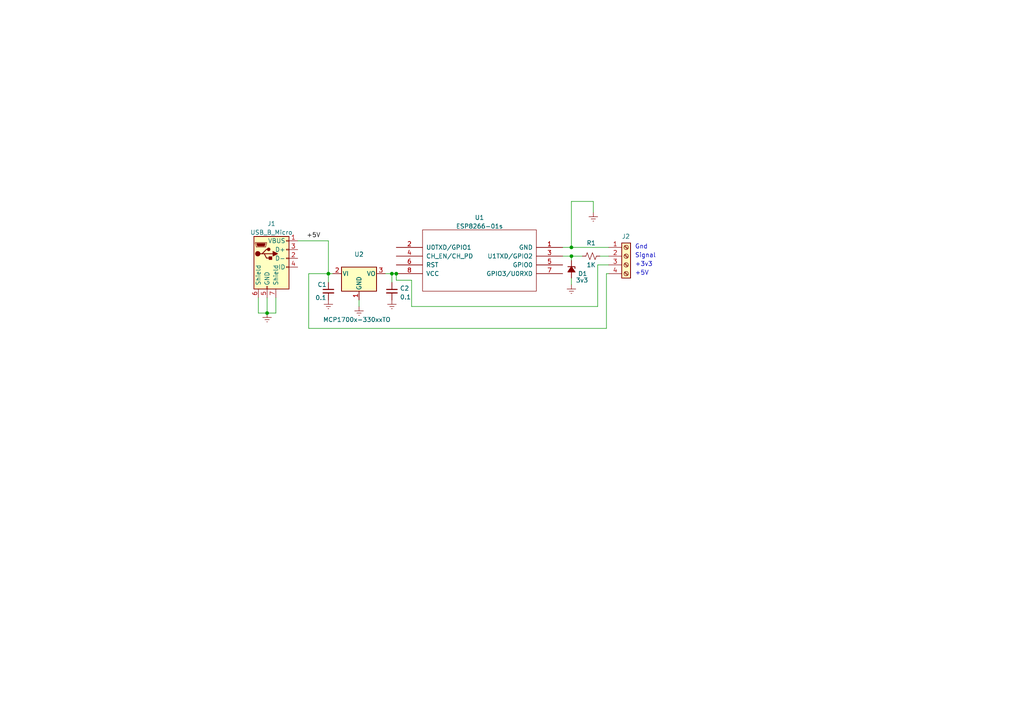
<source format=kicad_sch>
(kicad_sch (version 20211123) (generator eeschema)
  (paper "A4")
  (title_block (title "Water Flow Counter") (date "2024-04-01") (rev "2.1"))
  (lib_symbols
    (symbol "Connector:Screw_Terminal_01x04" (pin_names (offset 1.016) hide)
      (property "Reference" "J" (at 0 5.08 0))
      (property "Value" "Screw_Terminal_01x04" (at 0 -7.62 0))
      (symbol "Screw_Terminal_01x04_1_1"
        (rectangle (start -1.27 3.81) (end 1.27 -6.35) (stroke (width 0.254)) (fill (type background)))
        (circle (center 0 -5.08) (radius 0.635) (stroke (width 0.1524)))
        (circle (center 0 -2.54) (radius 0.635) (stroke (width 0.1524)))
        (polyline (pts (xy -0.5334 -4.7498) (xy 0.3302 -5.588)) (stroke (width 0.1524)))
        (polyline (pts (xy -0.5334 -2.2098) (xy 0.3302 -3.048)) (stroke (width 0.1524)))
        (polyline (pts (xy -0.5334 0.3302) (xy 0.3302 -0.508)) (stroke (width 0.1524)))
        (polyline (pts (xy -0.5334 2.8702) (xy 0.3302 2.032)) (stroke (width 0.1524)))
        (polyline (pts (xy -0.3556 -4.572) (xy 0.508 -5.4102)) (stroke (width 0.1524)))
        (polyline (pts (xy -0.3556 -2.032) (xy 0.508 -2.8702)) (stroke (width 0.1524)))
        (polyline (pts (xy -0.3556 0.508) (xy 0.508 -0.3302)) (stroke (width 0.1524)))
        (polyline (pts (xy -0.3556 3.048) (xy 0.508 2.2098)) (stroke (width 0.1524)))
        (circle (center 0 0) (radius 0.635) (stroke (width 0.1524)))
        (circle (center 0 2.54) (radius 0.635) (stroke (width 0.1524)))
        (pin passive line (at -5.08 2.54 0) (length 3.81) (name "Pin_1") (number "1"))
        (pin passive line (at -5.08 0 0) (length 3.81) (name "Pin_2") (number "2"))
        (pin passive line (at -5.08 -2.54 0) (length 3.81) (name "Pin_3") (number "3"))
        (pin passive line (at -5.08 -5.08 0) (length 3.81) (name "Pin_4") (number "4"))
      )
    )
    (symbol "Connector:USB_B_Micro" (pin_names (offset 1.016))
      (property "Reference" "J1" (at 0 11.3198 0))
      (property "Value" "USB_B_Micro" (at 0 8.7829 0))
      (symbol "USB_B_Micro_0_1"
        (rectangle (start -5.08 -7.62) (end 5.08 7.62) (stroke (width 0.254)) (fill (type background)))
        (circle (center -3.9855 2.6068) (radius 0.635) (stroke (width 0.254)) (fill (type outline)))
        (rectangle (start -1.397 -7.62) (end -1.143 -6.858))
        (circle (center -0.8105 3.8768) (radius 0.381) (stroke (width 0.254)) (fill (type outline)))
        (polyline (pts (xy -2.0805 2.6068) (xy 0.4595 2.6068)) (stroke (width 0.254)))
        (polyline (pts (xy -3.3505 2.6068) (xy -2.7155 2.6068) (xy -1.4455 3.8768) (xy -0.8105 3.8768)) (stroke (width 0.254)))
        (polyline (pts (xy -2.7155 2.6068) (xy -2.0805 2.6068) (xy -1.4455 1.3368) (xy -0.1755 1.3368)) (stroke (width 0.254)))
        (polyline (pts (xy 0.4595 3.2418) (xy 0.4595 1.9718) (xy 1.7295 2.6068) (xy 0.4595 3.2418)) (stroke (width 0.254)) (fill (type outline)))
        (polyline (pts (xy -4.318 5.588) (xy -1.778 5.588) (xy -2.032 4.826) (xy -4.064 4.826) (xy -4.318 5.588)) (fill (type outline)))
        (polyline (pts (xy -4.699 5.842) (xy -4.699 5.588) (xy -4.445 4.826) (xy -4.445 4.572) (xy -1.651 4.572) (xy -1.651 4.826) (xy -1.397 5.588) (xy -1.397 5.842) (xy -4.699 5.842)))
        (rectangle (start 0.0785 1.7178) (end -0.6835 0.9558) (stroke (width 0.254)) (fill (type outline)))
        (rectangle (start 5.08 -1.397) (end 4.318 -1.143))
        (rectangle (start 5.08 1.143) (end 4.318 1.397))
        (rectangle (start 5.08 3.683) (end 4.318 3.937))
        (rectangle (start 5.08 6.223) (end 4.318 6.477))
      )
      (symbol "USB_B_Micro_1_1"
        (pin power_out line (at 7.62 6.35 180) (length 2.54) (name "VBUS") (number "1"))
        (pin bidirectional line (at 7.62 1.27 180) (length 2.54) (name "D-") (number "2"))
        (pin bidirectional line (at 7.62 3.81 180) (length 2.54) (name "D+") (number "3"))
        (pin passive line (at 7.62 -1.27 180) (length 2.54) (name "ID") (number "4"))
        (pin power_out line (at -1.27 -10.16 90) (length 2.54) (name "GND") (number "5"))
        (pin passive line (at -3.81 -10.16 90) (length 2.54) (name "Shield") (number "6"))
        (pin passive line (at 1.27 -10.16 90) (length 2.54) (name "Shield") (number "7"))
      )
    )
    (symbol "Device:C_Small" (pin_numbers hide) (pin_names (offset 0.254) hide)
      (property "Reference" "C" (at 0.254 1.778 0))
      (property "Value" "C_Small" (at 0.254 -2.032 0))
      (symbol "C_Small_0_1"
        (polyline (pts (xy -1.524 -0.508) (xy 1.524 -0.508)) (stroke (width 0.3302)))
        (polyline (pts (xy -1.524 0.508) (xy 1.524 0.508)) (stroke (width 0.3048)))
      )
      (symbol "C_Small_1_1"
        (pin passive line (at 0 2.54 270) (length 2.032) (name "~") (number "1"))
        (pin passive line (at 0 -2.54 90) (length 2.032) (name "~") (number "2"))
      )
    )
    (symbol "Device:D_Zener_Small_Filled" (pin_numbers hide) (pin_names (offset 0.254) hide)
      (property "Reference" "D" (at 0 2.286 0))
      (property "Value" "D_Zener_Small_Filled" (at 0 -2.286 0))
      (symbol "D_Zener_Small_Filled_0_1"
        (polyline (pts (xy 0.762 0) (xy -0.762 0)))
        (polyline (pts (xy -0.254 1.016) (xy -0.762 1.016) (xy -0.762 -1.016)) (stroke (width 0.254)))
        (polyline (pts (xy 0.762 1.016) (xy -0.762 0) (xy 0.762 -1.016) (xy 0.762 1.016)) (stroke (width 0.254)) (fill (type outline)))
      )
      (symbol "D_Zener_Small_Filled_1_1"
        (pin passive line (at -2.54 0 0) (length 1.778) (name "K") (number "1"))
        (pin passive line (at 2.54 0 180) (length 1.778) (name "A") (number "2"))
      )
    )
    (symbol "Device:R_Small_US" (pin_numbers hide) (pin_names (offset 0.254) hide)
      (property "Reference" "R" (at 0.762 0.508 0))
      (property "Value" "R_Small_US" (at 0.762 -1.016 0))
      (symbol "R_Small_US_1_1"
        (polyline (pts (xy 0 0) (xy 1.016 -0.381) (xy 0 -0.762) (xy -1.016 -1.143) (xy 0 -1.524)))
        (polyline (pts (xy 0 1.524) (xy 1.016 1.143) (xy 0 0.762) (xy -1.016 0.381) (xy 0 0)))
        (pin passive line (at 0 2.54 270) (length 1.016) (name "~") (number "1"))
        (pin passive line (at 0 -2.54 90) (length 1.016) (name "~") (number "2"))
      )
    )
    (symbol "ESP8266:ESP8266-01s" (pin_names (offset 1.016))
      (property "Reference" "U" (at -1.905 7.62 0))
      (property "Value" "ESP8266-01s" (at 0 -6.985 0))
      (symbol "ESP8266-01s_1_0"
        (rectangle (start -16.51 -8.89) (end 16.51 8.89))
      )
      (symbol "ESP8266-01s_1_1"
        (pin power_in line (at -24.13 3.81 0) (length 7.62) (name "GND") (number "1"))
        (pin bidirectional line (at 24.13 3.81 180) (length 7.62) (name "U0TXD/GPIO1") (number "2"))
        (pin bidirectional line (at -24.13 1.27 0) (length 7.62) (name "U1TXD/GPIO2") (number "3"))
        (pin input line (at 24.13 1.27 180) (length 7.62) (name "CH_EN/CH_PD") (number "4"))
        (pin bidirectional line (at -24.13 -1.27 0) (length 7.62) (name "GPIO0") (number "5"))
        (pin input line (at 24.13 -1.27 180) (length 7.62) (name "RST") (number "6"))
        (pin bidirectional line (at -24.13 -3.81 0) (length 7.62) (name "GPIO3/U0RXD") (number "7"))
        (pin power_in line (at 24.13 -3.81 180) (length 7.62) (name "VCC") (number "8"))
      )
    )
    (symbol "Regulator_Linear:MCP1700x-330xxTO" (pin_names (offset 0.254))
      (property "Reference" "U" (at -3.81 -3.175 0))
      (property "Value" "MCP1700x-330xxTO" (at 0 -3.175 0))
      (symbol "MCP1700x-330xxTO_0_1"
        (rectangle (start -5.08 5.08) (end 5.08 -1.905) (stroke (width 0.254)) (fill (type background)))
      )
      (symbol "MCP1700x-330xxTO_1_1"
        (pin power_in line (at 0 7.62 270) (length 2.54) (name "GND") (number "1"))
        (pin power_in line (at -7.62 0 0) (length 2.54) (name "VI") (number "2"))
        (pin power_out line (at 7.62 0 180) (length 2.54) (name "VO") (number "3"))
      )
    )
    (symbol "power:Earth" (power) (pin_names (offset 0))
      (symbol "Earth_0_1"
        (polyline (pts (xy -0.635 -1.905) (xy 0.635 -1.905)))
        (polyline (pts (xy -0.127 -2.54) (xy 0.127 -2.54)))
        (polyline (pts (xy 0 -1.27) (xy 0 0)))
        (polyline (pts (xy 1.27 -1.27) (xy -1.27 -1.27)))
      )
      (symbol "Earth_1_1"
        (pin power_in line (at 0 0 270) (length 0) hide (name "Earth") (number "1"))
      )
    )
  )
  (junction (at 113.665 79.375))
  (junction (at 114.935 79.375))
  (junction (at 165.735 71.755))
  (junction (at 95.25 79.375))
  (junction (at 165.735 74.295))
  (junction (at 77.47 90.805))
  (wire (pts (xy 165.735 58.42) (xy 165.735 71.755)))
  (wire (pts (xy 173.355 76.835) (xy 173.355 88.9)))
  (wire (pts (xy 80.01 90.805) (xy 77.47 90.805)))
  (wire (pts (xy 95.25 69.85) (xy 95.25 79.375)))
  (wire (pts (xy 173.99 74.295) (xy 176.53 74.295)))
  (wire (pts (xy 89.535 79.375) (xy 95.25 79.375)))
  (wire (pts (xy 74.93 86.36) (xy 74.93 90.805)))
  (wire (pts (xy 119.38 81.28) (xy 114.935 81.28)))
  (wire (pts (xy 165.735 74.295) (xy 165.735 75.565)))
  (wire (pts (xy 95.25 79.375) (xy 95.25 81.915)))
  (wire (pts (xy 175.895 95.25) (xy 89.535 95.25)))
  (wire (pts (xy 173.355 88.9) (xy 119.38 88.9)))
  (wire (pts (xy 77.47 86.36) (xy 77.47 90.805)))
  (wire (pts (xy 111.76 79.375) (xy 113.665 79.375)))
  (wire (pts (xy 80.01 86.36) (xy 80.01 90.805)))
  (wire (pts (xy 89.535 95.25) (xy 89.535 79.375)))
  (wire (pts (xy 113.665 79.375) (xy 113.665 81.915)))
  (wire (pts (xy 113.665 79.375) (xy 114.935 79.375)))
  (wire (pts (xy 176.53 71.755) (xy 165.735 71.755)))
  (wire (pts (xy 165.735 74.295) (xy 168.91 74.295)))
  (wire (pts (xy 163.195 74.295) (xy 165.735 74.295)))
  (wire (pts (xy 165.735 80.645) (xy 165.735 82.55)))
  (wire (pts (xy 172.085 58.42) (xy 165.735 58.42)))
  (wire (pts (xy 95.25 79.375) (xy 96.52 79.375)))
  (wire (pts (xy 114.935 81.28) (xy 114.935 79.375)))
  (wire (pts (xy 176.53 79.375) (xy 175.895 79.375)))
  (wire (pts (xy 163.195 71.755) (xy 165.735 71.755)))
  (wire (pts (xy 86.36 69.85) (xy 95.25 69.85)))
  (wire (pts (xy 175.895 79.375) (xy 175.895 95.25)))
  (wire (pts (xy 172.085 61.595) (xy 172.085 58.42)))
  (wire (pts (xy 104.14 86.995) (xy 104.14 88.9)))
  (wire (pts (xy 119.38 88.9) (xy 119.38 81.28)))
  (wire (pts (xy 176.53 76.835) (xy 173.355 76.835)))
  (wire (pts (xy 74.93 90.805) (xy 77.47 90.805)))
  (text "+3v3" (at 184.15 77.47 0) (effects (font (size 1.27 1.27)) (justify left bottom)))
  (text "+5V" (at 184.15 80.01 0) (effects (font (size 1.27 1.27)) (justify left bottom)))
  (text "Signal" (at 184.15 74.93 0) (effects (font (size 1.27 1.27)) (justify left bottom)))
  (text "Gnd" (at 184.15 72.39 0) (effects (font (size 1.27 1.27)) (justify left bottom)))
  (label "+5V" (at 88.9 69.215 0))
  (symbol (lib_id "Regulator_Linear:MCP1700x-330xxTO") (at 104.14 79.375 0) (mirror x) (unit 1)
    (property "Reference" "U2" (at 104.14 73.7702 0))
    (property "Value" "MCP1700x-330xxTO" (at 103.505 92.71 0))
    (property "Footprint" "Package_TO_SOT_THT:TO-92_Inline" (effects hide))
    (property "Datasheet" "http://ww1.microchip.com/downloads/en/DeviceDoc/20001826D.pdf" (effects hide))
  )
  (symbol (lib_id "power:Earth") (at 104.14 88.9 0) (unit 1)
    (property "Reference" "#PWR0101" (effects hide))
    (property "Value" "Earth" (effects hide))
  )
  (symbol (lib_id "Device:R_Small_US") (at 171.45 74.295 90) (unit 1)
    (property "Reference" "R1" (at 171.45 70.485 90))
    (property "Value" "1K" (at 171.45 76.835 90))
    (property "Footprint" "Resistor_THT:R_Axial_DIN0204_L3.6mm_D1.6mm_P7.62mm_Horizontal" (effects hide))
  )
  (symbol (lib_id "power:Earth") (at 113.665 86.995 0) (unit 1)
    (property "Reference" "#PWR0105" (effects hide))
    (property "Value" "Earth" (effects hide))
  )
  (symbol (lib_id "Device:C_Small") (at 95.25 84.455 0) (unit 1)
    (property "Reference" "C1" (at 92.075 82.55 0) (effects (justify left)))
    (property "Value" "0.1" (at 91.44 86.36 0) (effects (justify left)))
    (property "Footprint" "Capacitor_THT:C_Disc_D3.0mm_W1.6mm_P2.50mm" (effects hide))
  )
  (symbol (lib_id "power:Earth") (at 77.47 90.805 0) (unit 1)
    (property "Reference" "#PWR0102" (effects hide))
    (property "Value" "Earth" (effects hide))
  )
  (symbol (lib_id "power:Earth") (at 165.735 82.55 0) (unit 1)
    (property "Reference" "#PWR0106" (effects hide))
    (property "Value" "Earth" (effects hide))
  )
  (symbol (lib_id "Connector:Screw_Terminal_01x04") (at 181.61 74.295 0) (unit 1)
    (property "Reference" "J2" (at 180.34 68.58 0) (effects (justify left)))
    (property "Value" "Screw_Terminal_01x04" (effects hide))
    (property "Footprint" "TerminalBlock:Screw Terminal Block x2 P3mm W685 H660" (effects hide))
  )
  (symbol (lib_id "Connector:USB_B_Micro") (at 78.74 76.2 0) (unit 1)
    (property "Reference" "J1" (at 78.74 64.8802 0))
    (property "Value" "USB_B_Micro" (at 78.74 67.4171 0))
    (property "Footprint" "Connector_USB:HW-769 Mini USB Socket Board" (effects hide))
  )
  (symbol (lib_id "Device:D_Zener_Small_Filled") (at 165.735 78.105 270) (unit 1)
    (property "Reference" "D1" (at 167.64 79.375 90) (effects (justify left)))
    (property "Value" "3v3" (at 167.005 81.28 90) (effects (justify left)))
    (property "Footprint" "Diode_THT:D_A-405_P7.62mm_Horizontal" (effects hide))
  )
  (symbol (lib_id "power:Earth") (at 95.25 86.995 0) (unit 1)
    (property "Reference" "#PWR0104" (effects hide))
    (property "Value" "Earth" (effects hide))
  )
  (symbol (lib_id "power:Earth") (at 172.085 61.595 0) (unit 1)
    (property "Reference" "#PWR0103" (effects hide))
    (property "Value" "Earth" (effects hide))
  )
  (symbol (lib_id "Device:C_Small") (at 113.665 84.455 0) (unit 1)
    (property "Reference" "C2" (at 115.9891 83.6266 0) (effects (justify left)))
    (property "Value" "0.1" (at 115.9891 86.1635 0) (effects (justify left)))
    (property "Footprint" "Capacitor_THT:C_Disc_D3.0mm_W1.6mm_P2.50mm" (effects hide))
  )
  (symbol (lib_id "ESP8266:ESP8266-01s") (at 139.065 75.565 0) (mirror y) (unit 1)
    (property "Reference" "U1" (at 139.065 63.1022 0))
    (property "Value" "ESP8266-01s" (at 139.065 65.6391 0))
    (property "Footprint" "ESP8266:ESP8266-01s" (effects hide))
    (property "Datasheet" "https://www.universal-solder.ca/downloads/esp8266_series_modules_user_manual_en.pdf" (effects hide))
  )
)
</source>
